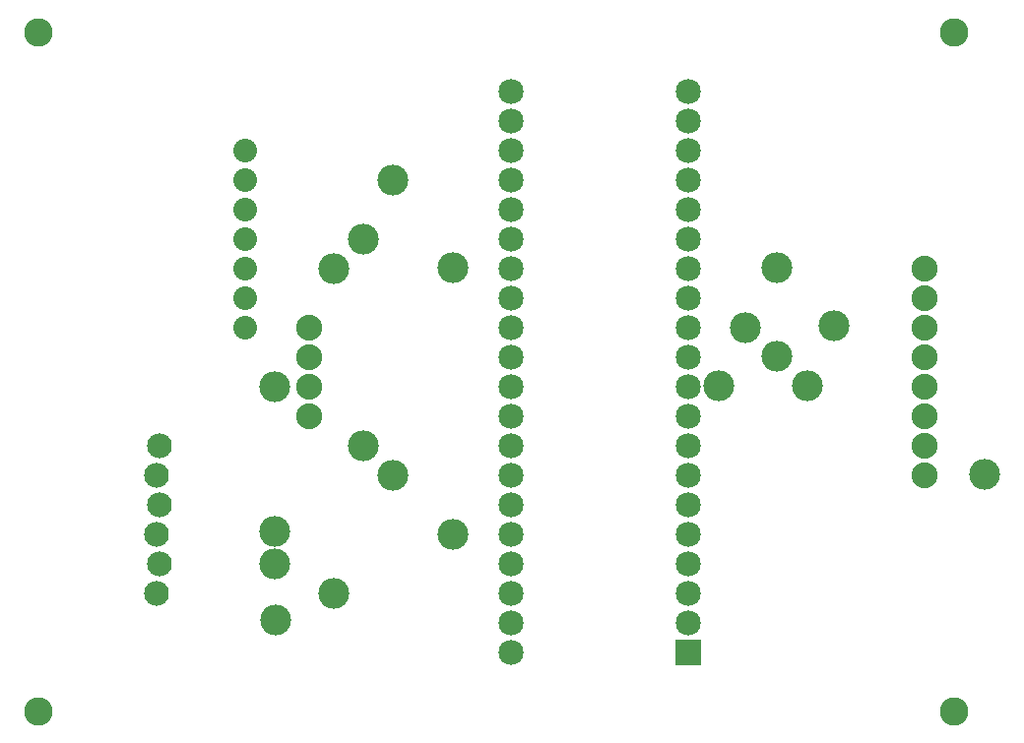
<source format=gbs>
G04 MADE WITH FRITZING*
G04 WWW.FRITZING.ORG*
G04 DOUBLE SIDED*
G04 HOLES PLATED*
G04 CONTOUR ON CENTER OF CONTOUR VECTOR*
%ASAXBY*%
%FSLAX23Y23*%
%MOIN*%
%OFA0B0*%
%SFA1.0B1.0*%
%ADD10C,0.104488*%
%ADD11C,0.085000*%
%ADD12C,0.096614*%
%ADD13C,0.088000*%
%ADD14C,0.080000*%
%ADD15C,0.084000*%
%ADD16R,0.085000X0.085000*%
%LNMASK0*%
G90*
G70*
G54D10*
X1500Y1602D03*
X2400Y1200D03*
X2488Y1397D03*
X2597Y1302D03*
X2699Y1200D03*
X2597Y1602D03*
X2788Y1404D03*
X3299Y900D03*
G54D11*
X2297Y299D03*
X1697Y299D03*
X2297Y399D03*
X1697Y399D03*
X2297Y499D03*
X1697Y499D03*
X2297Y599D03*
X1697Y599D03*
X2297Y699D03*
X1697Y699D03*
X2297Y799D03*
X1697Y799D03*
X2297Y899D03*
X1697Y899D03*
X2297Y999D03*
X1697Y999D03*
X2297Y1099D03*
X1697Y1099D03*
X2297Y1199D03*
X1697Y1199D03*
X2297Y1299D03*
X1697Y1299D03*
X2297Y1399D03*
X1697Y1399D03*
X2297Y1499D03*
X1697Y1499D03*
X2297Y1599D03*
X1697Y1599D03*
X2297Y1699D03*
X1697Y1699D03*
X2297Y1799D03*
X1697Y1799D03*
X2297Y1899D03*
X1697Y1899D03*
X2297Y1999D03*
X1697Y1999D03*
X2297Y2099D03*
X1697Y2099D03*
X2297Y2199D03*
X1697Y2199D03*
G54D10*
X898Y407D03*
G54D12*
X97Y99D03*
X97Y2399D03*
X3197Y99D03*
X3197Y2399D03*
G54D10*
X1498Y698D03*
G54D13*
X3097Y1499D03*
X3097Y1099D03*
X1012Y1099D03*
X3097Y1299D03*
X3097Y899D03*
X1012Y1199D03*
X3097Y1599D03*
X3097Y1399D03*
X3097Y1199D03*
X3097Y999D03*
X1012Y1299D03*
X1012Y1399D03*
G54D14*
X797Y1399D03*
X797Y1499D03*
X797Y1599D03*
X797Y1699D03*
X797Y1799D03*
X797Y1899D03*
X797Y1999D03*
G54D15*
X497Y499D03*
X507Y599D03*
X497Y699D03*
X507Y799D03*
X497Y899D03*
X507Y999D03*
G54D10*
X1097Y1599D03*
X897Y1199D03*
X897Y707D03*
X897Y599D03*
X1097Y499D03*
X1297Y899D03*
X1197Y999D03*
X1197Y1699D03*
X1297Y1899D03*
G54D16*
X2297Y299D03*
G04 End of Mask0*
M02*
</source>
